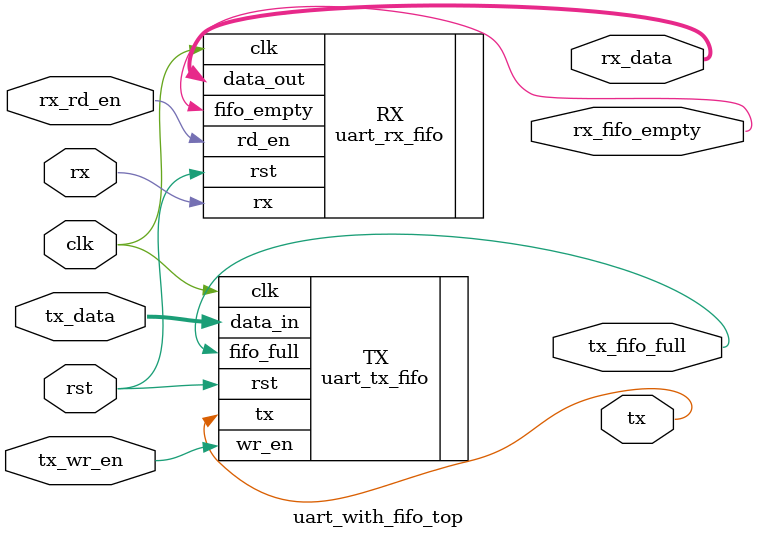
<source format=v>
module uart_with_fifo_top (
    input wire clk,
    input wire rst,
    input wire [7:0] tx_data,
    input wire tx_wr_en,
    input wire rx_rd_en,
    input wire rx,
    output wire tx,
    output wire [7:0] rx_data,
    output wire tx_fifo_full,
    output wire rx_fifo_empty
);

    uart_tx_fifo #(.CLK_FREQ(50000000), .BAUD_RATE(9600)) TX (
        .clk(clk), .rst(rst),
        .wr_en(tx_wr_en), .data_in(tx_data),
        .tx(tx), .fifo_full(tx_fifo_full)
    );

    uart_rx_fifo #(.CLK_FREQ(50000000), .BAUD_RATE(9600)) RX (
        .clk(clk), .rst(rst), .rx(rx),
        .rd_en(rx_rd_en), .data_out(rx_data),
        .fifo_empty(rx_fifo_empty)
    );

endmodule

</source>
